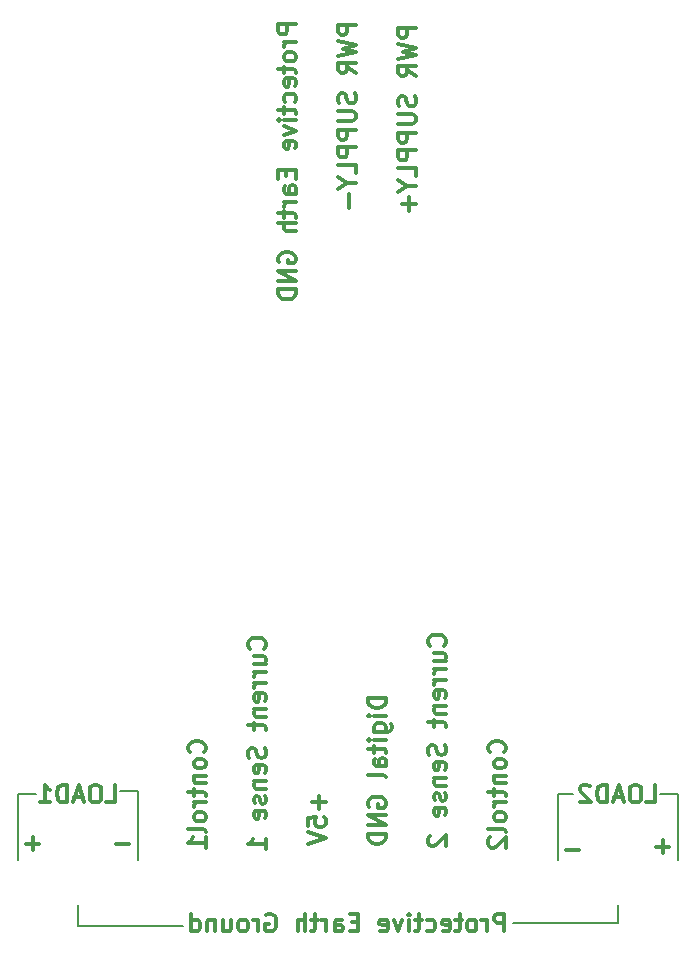
<source format=gbo>
G04 #@! TF.FileFunction,Legend,Bot*
%FSLAX46Y46*%
G04 Gerber Fmt 4.6, Leading zero omitted, Abs format (unit mm)*
G04 Created by KiCad (PCBNEW 4.0.6) date 06/26/17 08:49:49*
%MOMM*%
%LPD*%
G01*
G04 APERTURE LIST*
%ADD10C,0.100000*%
%ADD11C,0.200000*%
%ADD12C,0.300000*%
G04 APERTURE END LIST*
D10*
D11*
X130810000Y-136156000D02*
X121920000Y-136156000D01*
X167640000Y-135902000D02*
X158750000Y-135902000D01*
X121920000Y-136156000D02*
X121920000Y-134378000D01*
X167640000Y-135902000D02*
X167640000Y-134378000D01*
D12*
X158029999Y-136580571D02*
X158029999Y-135080571D01*
X157458571Y-135080571D01*
X157315713Y-135152000D01*
X157244285Y-135223429D01*
X157172856Y-135366286D01*
X157172856Y-135580571D01*
X157244285Y-135723429D01*
X157315713Y-135794857D01*
X157458571Y-135866286D01*
X158029999Y-135866286D01*
X156529999Y-136580571D02*
X156529999Y-135580571D01*
X156529999Y-135866286D02*
X156458571Y-135723429D01*
X156387142Y-135652000D01*
X156244285Y-135580571D01*
X156101428Y-135580571D01*
X155387142Y-136580571D02*
X155530000Y-136509143D01*
X155601428Y-136437714D01*
X155672857Y-136294857D01*
X155672857Y-135866286D01*
X155601428Y-135723429D01*
X155530000Y-135652000D01*
X155387142Y-135580571D01*
X155172857Y-135580571D01*
X155030000Y-135652000D01*
X154958571Y-135723429D01*
X154887142Y-135866286D01*
X154887142Y-136294857D01*
X154958571Y-136437714D01*
X155030000Y-136509143D01*
X155172857Y-136580571D01*
X155387142Y-136580571D01*
X154458571Y-135580571D02*
X153887142Y-135580571D01*
X154244285Y-135080571D02*
X154244285Y-136366286D01*
X154172857Y-136509143D01*
X154029999Y-136580571D01*
X153887142Y-136580571D01*
X152815714Y-136509143D02*
X152958571Y-136580571D01*
X153244285Y-136580571D01*
X153387142Y-136509143D01*
X153458571Y-136366286D01*
X153458571Y-135794857D01*
X153387142Y-135652000D01*
X153244285Y-135580571D01*
X152958571Y-135580571D01*
X152815714Y-135652000D01*
X152744285Y-135794857D01*
X152744285Y-135937714D01*
X153458571Y-136080571D01*
X151458571Y-136509143D02*
X151601428Y-136580571D01*
X151887142Y-136580571D01*
X152030000Y-136509143D01*
X152101428Y-136437714D01*
X152172857Y-136294857D01*
X152172857Y-135866286D01*
X152101428Y-135723429D01*
X152030000Y-135652000D01*
X151887142Y-135580571D01*
X151601428Y-135580571D01*
X151458571Y-135652000D01*
X151030000Y-135580571D02*
X150458571Y-135580571D01*
X150815714Y-135080571D02*
X150815714Y-136366286D01*
X150744286Y-136509143D01*
X150601428Y-136580571D01*
X150458571Y-136580571D01*
X149958571Y-136580571D02*
X149958571Y-135580571D01*
X149958571Y-135080571D02*
X150030000Y-135152000D01*
X149958571Y-135223429D01*
X149887143Y-135152000D01*
X149958571Y-135080571D01*
X149958571Y-135223429D01*
X149387142Y-135580571D02*
X149029999Y-136580571D01*
X148672857Y-135580571D01*
X147530000Y-136509143D02*
X147672857Y-136580571D01*
X147958571Y-136580571D01*
X148101428Y-136509143D01*
X148172857Y-136366286D01*
X148172857Y-135794857D01*
X148101428Y-135652000D01*
X147958571Y-135580571D01*
X147672857Y-135580571D01*
X147530000Y-135652000D01*
X147458571Y-135794857D01*
X147458571Y-135937714D01*
X148172857Y-136080571D01*
X145672857Y-135794857D02*
X145172857Y-135794857D01*
X144958571Y-136580571D02*
X145672857Y-136580571D01*
X145672857Y-135080571D01*
X144958571Y-135080571D01*
X143672857Y-136580571D02*
X143672857Y-135794857D01*
X143744286Y-135652000D01*
X143887143Y-135580571D01*
X144172857Y-135580571D01*
X144315714Y-135652000D01*
X143672857Y-136509143D02*
X143815714Y-136580571D01*
X144172857Y-136580571D01*
X144315714Y-136509143D01*
X144387143Y-136366286D01*
X144387143Y-136223429D01*
X144315714Y-136080571D01*
X144172857Y-136009143D01*
X143815714Y-136009143D01*
X143672857Y-135937714D01*
X142958571Y-136580571D02*
X142958571Y-135580571D01*
X142958571Y-135866286D02*
X142887143Y-135723429D01*
X142815714Y-135652000D01*
X142672857Y-135580571D01*
X142530000Y-135580571D01*
X142244286Y-135580571D02*
X141672857Y-135580571D01*
X142030000Y-135080571D02*
X142030000Y-136366286D01*
X141958572Y-136509143D01*
X141815714Y-136580571D01*
X141672857Y-136580571D01*
X141172857Y-136580571D02*
X141172857Y-135080571D01*
X140530000Y-136580571D02*
X140530000Y-135794857D01*
X140601429Y-135652000D01*
X140744286Y-135580571D01*
X140958571Y-135580571D01*
X141101429Y-135652000D01*
X141172857Y-135723429D01*
X137887143Y-135152000D02*
X138030000Y-135080571D01*
X138244286Y-135080571D01*
X138458571Y-135152000D01*
X138601429Y-135294857D01*
X138672857Y-135437714D01*
X138744286Y-135723429D01*
X138744286Y-135937714D01*
X138672857Y-136223429D01*
X138601429Y-136366286D01*
X138458571Y-136509143D01*
X138244286Y-136580571D01*
X138101429Y-136580571D01*
X137887143Y-136509143D01*
X137815714Y-136437714D01*
X137815714Y-135937714D01*
X138101429Y-135937714D01*
X137172857Y-136580571D02*
X137172857Y-135580571D01*
X137172857Y-135866286D02*
X137101429Y-135723429D01*
X137030000Y-135652000D01*
X136887143Y-135580571D01*
X136744286Y-135580571D01*
X136030000Y-136580571D02*
X136172858Y-136509143D01*
X136244286Y-136437714D01*
X136315715Y-136294857D01*
X136315715Y-135866286D01*
X136244286Y-135723429D01*
X136172858Y-135652000D01*
X136030000Y-135580571D01*
X135815715Y-135580571D01*
X135672858Y-135652000D01*
X135601429Y-135723429D01*
X135530000Y-135866286D01*
X135530000Y-136294857D01*
X135601429Y-136437714D01*
X135672858Y-136509143D01*
X135815715Y-136580571D01*
X136030000Y-136580571D01*
X134244286Y-135580571D02*
X134244286Y-136580571D01*
X134887143Y-135580571D02*
X134887143Y-136366286D01*
X134815715Y-136509143D01*
X134672857Y-136580571D01*
X134458572Y-136580571D01*
X134315715Y-136509143D01*
X134244286Y-136437714D01*
X133530000Y-135580571D02*
X133530000Y-136580571D01*
X133530000Y-135723429D02*
X133458572Y-135652000D01*
X133315714Y-135580571D01*
X133101429Y-135580571D01*
X132958572Y-135652000D01*
X132887143Y-135794857D01*
X132887143Y-136580571D01*
X131530000Y-136580571D02*
X131530000Y-135080571D01*
X131530000Y-136509143D02*
X131672857Y-136580571D01*
X131958571Y-136580571D01*
X132101429Y-136509143D01*
X132172857Y-136437714D01*
X132244286Y-136294857D01*
X132244286Y-135866286D01*
X132172857Y-135723429D01*
X132101429Y-135652000D01*
X131958571Y-135580571D01*
X131672857Y-135580571D01*
X131530000Y-135652000D01*
X147998571Y-116805143D02*
X146498571Y-116805143D01*
X146498571Y-117162286D01*
X146570000Y-117376571D01*
X146712857Y-117519429D01*
X146855714Y-117590857D01*
X147141429Y-117662286D01*
X147355714Y-117662286D01*
X147641429Y-117590857D01*
X147784286Y-117519429D01*
X147927143Y-117376571D01*
X147998571Y-117162286D01*
X147998571Y-116805143D01*
X147998571Y-118305143D02*
X146998571Y-118305143D01*
X146498571Y-118305143D02*
X146570000Y-118233714D01*
X146641429Y-118305143D01*
X146570000Y-118376571D01*
X146498571Y-118305143D01*
X146641429Y-118305143D01*
X146998571Y-119662286D02*
X148212857Y-119662286D01*
X148355714Y-119590857D01*
X148427143Y-119519429D01*
X148498571Y-119376572D01*
X148498571Y-119162286D01*
X148427143Y-119019429D01*
X147927143Y-119662286D02*
X147998571Y-119519429D01*
X147998571Y-119233715D01*
X147927143Y-119090857D01*
X147855714Y-119019429D01*
X147712857Y-118948000D01*
X147284286Y-118948000D01*
X147141429Y-119019429D01*
X147070000Y-119090857D01*
X146998571Y-119233715D01*
X146998571Y-119519429D01*
X147070000Y-119662286D01*
X147998571Y-120376572D02*
X146998571Y-120376572D01*
X146498571Y-120376572D02*
X146570000Y-120305143D01*
X146641429Y-120376572D01*
X146570000Y-120448000D01*
X146498571Y-120376572D01*
X146641429Y-120376572D01*
X146998571Y-120876572D02*
X146998571Y-121448001D01*
X146498571Y-121090858D02*
X147784286Y-121090858D01*
X147927143Y-121162286D01*
X147998571Y-121305144D01*
X147998571Y-121448001D01*
X147998571Y-122590858D02*
X147212857Y-122590858D01*
X147070000Y-122519429D01*
X146998571Y-122376572D01*
X146998571Y-122090858D01*
X147070000Y-121948001D01*
X147927143Y-122590858D02*
X147998571Y-122448001D01*
X147998571Y-122090858D01*
X147927143Y-121948001D01*
X147784286Y-121876572D01*
X147641429Y-121876572D01*
X147498571Y-121948001D01*
X147427143Y-122090858D01*
X147427143Y-122448001D01*
X147355714Y-122590858D01*
X147998571Y-123519430D02*
X147927143Y-123376572D01*
X147784286Y-123305144D01*
X146498571Y-123305144D01*
X146570000Y-126019429D02*
X146498571Y-125876572D01*
X146498571Y-125662286D01*
X146570000Y-125448001D01*
X146712857Y-125305143D01*
X146855714Y-125233715D01*
X147141429Y-125162286D01*
X147355714Y-125162286D01*
X147641429Y-125233715D01*
X147784286Y-125305143D01*
X147927143Y-125448001D01*
X147998571Y-125662286D01*
X147998571Y-125805143D01*
X147927143Y-126019429D01*
X147855714Y-126090858D01*
X147355714Y-126090858D01*
X147355714Y-125805143D01*
X147998571Y-126733715D02*
X146498571Y-126733715D01*
X147998571Y-127590858D01*
X146498571Y-127590858D01*
X147998571Y-128305144D02*
X146498571Y-128305144D01*
X146498571Y-128662287D01*
X146570000Y-128876572D01*
X146712857Y-129019430D01*
X146855714Y-129090858D01*
X147141429Y-129162287D01*
X147355714Y-129162287D01*
X147641429Y-129090858D01*
X147784286Y-129019430D01*
X147927143Y-128876572D01*
X147998571Y-128662287D01*
X147998571Y-128305144D01*
X142347143Y-125083429D02*
X142347143Y-126226286D01*
X142918571Y-125654857D02*
X141775714Y-125654857D01*
X141418571Y-127654858D02*
X141418571Y-126940572D01*
X142132857Y-126869143D01*
X142061429Y-126940572D01*
X141990000Y-127083429D01*
X141990000Y-127440572D01*
X142061429Y-127583429D01*
X142132857Y-127654858D01*
X142275714Y-127726286D01*
X142632857Y-127726286D01*
X142775714Y-127654858D01*
X142847143Y-127583429D01*
X142918571Y-127440572D01*
X142918571Y-127083429D01*
X142847143Y-126940572D01*
X142775714Y-126869143D01*
X141418571Y-128154857D02*
X142918571Y-128654857D01*
X141418571Y-129154857D01*
X137695714Y-112626287D02*
X137767143Y-112554858D01*
X137838571Y-112340572D01*
X137838571Y-112197715D01*
X137767143Y-111983430D01*
X137624286Y-111840572D01*
X137481429Y-111769144D01*
X137195714Y-111697715D01*
X136981429Y-111697715D01*
X136695714Y-111769144D01*
X136552857Y-111840572D01*
X136410000Y-111983430D01*
X136338571Y-112197715D01*
X136338571Y-112340572D01*
X136410000Y-112554858D01*
X136481429Y-112626287D01*
X136838571Y-113912001D02*
X137838571Y-113912001D01*
X136838571Y-113269144D02*
X137624286Y-113269144D01*
X137767143Y-113340572D01*
X137838571Y-113483430D01*
X137838571Y-113697715D01*
X137767143Y-113840572D01*
X137695714Y-113912001D01*
X137838571Y-114626287D02*
X136838571Y-114626287D01*
X137124286Y-114626287D02*
X136981429Y-114697715D01*
X136910000Y-114769144D01*
X136838571Y-114912001D01*
X136838571Y-115054858D01*
X137838571Y-115554858D02*
X136838571Y-115554858D01*
X137124286Y-115554858D02*
X136981429Y-115626286D01*
X136910000Y-115697715D01*
X136838571Y-115840572D01*
X136838571Y-115983429D01*
X137767143Y-117054857D02*
X137838571Y-116912000D01*
X137838571Y-116626286D01*
X137767143Y-116483429D01*
X137624286Y-116412000D01*
X137052857Y-116412000D01*
X136910000Y-116483429D01*
X136838571Y-116626286D01*
X136838571Y-116912000D01*
X136910000Y-117054857D01*
X137052857Y-117126286D01*
X137195714Y-117126286D01*
X137338571Y-116412000D01*
X136838571Y-117769143D02*
X137838571Y-117769143D01*
X136981429Y-117769143D02*
X136910000Y-117840571D01*
X136838571Y-117983429D01*
X136838571Y-118197714D01*
X136910000Y-118340571D01*
X137052857Y-118412000D01*
X137838571Y-118412000D01*
X136838571Y-118912000D02*
X136838571Y-119483429D01*
X136338571Y-119126286D02*
X137624286Y-119126286D01*
X137767143Y-119197714D01*
X137838571Y-119340572D01*
X137838571Y-119483429D01*
X137767143Y-121054857D02*
X137838571Y-121269143D01*
X137838571Y-121626286D01*
X137767143Y-121769143D01*
X137695714Y-121840572D01*
X137552857Y-121912000D01*
X137410000Y-121912000D01*
X137267143Y-121840572D01*
X137195714Y-121769143D01*
X137124286Y-121626286D01*
X137052857Y-121340572D01*
X136981429Y-121197714D01*
X136910000Y-121126286D01*
X136767143Y-121054857D01*
X136624286Y-121054857D01*
X136481429Y-121126286D01*
X136410000Y-121197714D01*
X136338571Y-121340572D01*
X136338571Y-121697714D01*
X136410000Y-121912000D01*
X137767143Y-123126285D02*
X137838571Y-122983428D01*
X137838571Y-122697714D01*
X137767143Y-122554857D01*
X137624286Y-122483428D01*
X137052857Y-122483428D01*
X136910000Y-122554857D01*
X136838571Y-122697714D01*
X136838571Y-122983428D01*
X136910000Y-123126285D01*
X137052857Y-123197714D01*
X137195714Y-123197714D01*
X137338571Y-122483428D01*
X136838571Y-123840571D02*
X137838571Y-123840571D01*
X136981429Y-123840571D02*
X136910000Y-123911999D01*
X136838571Y-124054857D01*
X136838571Y-124269142D01*
X136910000Y-124411999D01*
X137052857Y-124483428D01*
X137838571Y-124483428D01*
X137767143Y-125126285D02*
X137838571Y-125269142D01*
X137838571Y-125554857D01*
X137767143Y-125697714D01*
X137624286Y-125769142D01*
X137552857Y-125769142D01*
X137410000Y-125697714D01*
X137338571Y-125554857D01*
X137338571Y-125340571D01*
X137267143Y-125197714D01*
X137124286Y-125126285D01*
X137052857Y-125126285D01*
X136910000Y-125197714D01*
X136838571Y-125340571D01*
X136838571Y-125554857D01*
X136910000Y-125697714D01*
X137767143Y-126983428D02*
X137838571Y-126840571D01*
X137838571Y-126554857D01*
X137767143Y-126412000D01*
X137624286Y-126340571D01*
X137052857Y-126340571D01*
X136910000Y-126412000D01*
X136838571Y-126554857D01*
X136838571Y-126840571D01*
X136910000Y-126983428D01*
X137052857Y-127054857D01*
X137195714Y-127054857D01*
X137338571Y-126340571D01*
X137838571Y-129626285D02*
X137838571Y-128769142D01*
X137838571Y-129197714D02*
X136338571Y-129197714D01*
X136552857Y-129054857D01*
X136695714Y-128911999D01*
X136767143Y-128769142D01*
X152935714Y-112372287D02*
X153007143Y-112300858D01*
X153078571Y-112086572D01*
X153078571Y-111943715D01*
X153007143Y-111729430D01*
X152864286Y-111586572D01*
X152721429Y-111515144D01*
X152435714Y-111443715D01*
X152221429Y-111443715D01*
X151935714Y-111515144D01*
X151792857Y-111586572D01*
X151650000Y-111729430D01*
X151578571Y-111943715D01*
X151578571Y-112086572D01*
X151650000Y-112300858D01*
X151721429Y-112372287D01*
X152078571Y-113658001D02*
X153078571Y-113658001D01*
X152078571Y-113015144D02*
X152864286Y-113015144D01*
X153007143Y-113086572D01*
X153078571Y-113229430D01*
X153078571Y-113443715D01*
X153007143Y-113586572D01*
X152935714Y-113658001D01*
X153078571Y-114372287D02*
X152078571Y-114372287D01*
X152364286Y-114372287D02*
X152221429Y-114443715D01*
X152150000Y-114515144D01*
X152078571Y-114658001D01*
X152078571Y-114800858D01*
X153078571Y-115300858D02*
X152078571Y-115300858D01*
X152364286Y-115300858D02*
X152221429Y-115372286D01*
X152150000Y-115443715D01*
X152078571Y-115586572D01*
X152078571Y-115729429D01*
X153007143Y-116800857D02*
X153078571Y-116658000D01*
X153078571Y-116372286D01*
X153007143Y-116229429D01*
X152864286Y-116158000D01*
X152292857Y-116158000D01*
X152150000Y-116229429D01*
X152078571Y-116372286D01*
X152078571Y-116658000D01*
X152150000Y-116800857D01*
X152292857Y-116872286D01*
X152435714Y-116872286D01*
X152578571Y-116158000D01*
X152078571Y-117515143D02*
X153078571Y-117515143D01*
X152221429Y-117515143D02*
X152150000Y-117586571D01*
X152078571Y-117729429D01*
X152078571Y-117943714D01*
X152150000Y-118086571D01*
X152292857Y-118158000D01*
X153078571Y-118158000D01*
X152078571Y-118658000D02*
X152078571Y-119229429D01*
X151578571Y-118872286D02*
X152864286Y-118872286D01*
X153007143Y-118943714D01*
X153078571Y-119086572D01*
X153078571Y-119229429D01*
X153007143Y-120800857D02*
X153078571Y-121015143D01*
X153078571Y-121372286D01*
X153007143Y-121515143D01*
X152935714Y-121586572D01*
X152792857Y-121658000D01*
X152650000Y-121658000D01*
X152507143Y-121586572D01*
X152435714Y-121515143D01*
X152364286Y-121372286D01*
X152292857Y-121086572D01*
X152221429Y-120943714D01*
X152150000Y-120872286D01*
X152007143Y-120800857D01*
X151864286Y-120800857D01*
X151721429Y-120872286D01*
X151650000Y-120943714D01*
X151578571Y-121086572D01*
X151578571Y-121443714D01*
X151650000Y-121658000D01*
X153007143Y-122872285D02*
X153078571Y-122729428D01*
X153078571Y-122443714D01*
X153007143Y-122300857D01*
X152864286Y-122229428D01*
X152292857Y-122229428D01*
X152150000Y-122300857D01*
X152078571Y-122443714D01*
X152078571Y-122729428D01*
X152150000Y-122872285D01*
X152292857Y-122943714D01*
X152435714Y-122943714D01*
X152578571Y-122229428D01*
X152078571Y-123586571D02*
X153078571Y-123586571D01*
X152221429Y-123586571D02*
X152150000Y-123657999D01*
X152078571Y-123800857D01*
X152078571Y-124015142D01*
X152150000Y-124157999D01*
X152292857Y-124229428D01*
X153078571Y-124229428D01*
X153007143Y-124872285D02*
X153078571Y-125015142D01*
X153078571Y-125300857D01*
X153007143Y-125443714D01*
X152864286Y-125515142D01*
X152792857Y-125515142D01*
X152650000Y-125443714D01*
X152578571Y-125300857D01*
X152578571Y-125086571D01*
X152507143Y-124943714D01*
X152364286Y-124872285D01*
X152292857Y-124872285D01*
X152150000Y-124943714D01*
X152078571Y-125086571D01*
X152078571Y-125300857D01*
X152150000Y-125443714D01*
X153007143Y-126729428D02*
X153078571Y-126586571D01*
X153078571Y-126300857D01*
X153007143Y-126158000D01*
X152864286Y-126086571D01*
X152292857Y-126086571D01*
X152150000Y-126158000D01*
X152078571Y-126300857D01*
X152078571Y-126586571D01*
X152150000Y-126729428D01*
X152292857Y-126800857D01*
X152435714Y-126800857D01*
X152578571Y-126086571D01*
X151721429Y-128515142D02*
X151650000Y-128586571D01*
X151578571Y-128729428D01*
X151578571Y-129086571D01*
X151650000Y-129229428D01*
X151721429Y-129300857D01*
X151864286Y-129372285D01*
X152007143Y-129372285D01*
X152221429Y-129300857D01*
X153078571Y-128443714D01*
X153078571Y-129372285D01*
X158015714Y-121408572D02*
X158087143Y-121337143D01*
X158158571Y-121122857D01*
X158158571Y-120980000D01*
X158087143Y-120765715D01*
X157944286Y-120622857D01*
X157801429Y-120551429D01*
X157515714Y-120480000D01*
X157301429Y-120480000D01*
X157015714Y-120551429D01*
X156872857Y-120622857D01*
X156730000Y-120765715D01*
X156658571Y-120980000D01*
X156658571Y-121122857D01*
X156730000Y-121337143D01*
X156801429Y-121408572D01*
X158158571Y-122265715D02*
X158087143Y-122122857D01*
X158015714Y-122051429D01*
X157872857Y-121980000D01*
X157444286Y-121980000D01*
X157301429Y-122051429D01*
X157230000Y-122122857D01*
X157158571Y-122265715D01*
X157158571Y-122480000D01*
X157230000Y-122622857D01*
X157301429Y-122694286D01*
X157444286Y-122765715D01*
X157872857Y-122765715D01*
X158015714Y-122694286D01*
X158087143Y-122622857D01*
X158158571Y-122480000D01*
X158158571Y-122265715D01*
X157158571Y-123408572D02*
X158158571Y-123408572D01*
X157301429Y-123408572D02*
X157230000Y-123480000D01*
X157158571Y-123622858D01*
X157158571Y-123837143D01*
X157230000Y-123980000D01*
X157372857Y-124051429D01*
X158158571Y-124051429D01*
X157158571Y-124551429D02*
X157158571Y-125122858D01*
X156658571Y-124765715D02*
X157944286Y-124765715D01*
X158087143Y-124837143D01*
X158158571Y-124980001D01*
X158158571Y-125122858D01*
X158158571Y-125622858D02*
X157158571Y-125622858D01*
X157444286Y-125622858D02*
X157301429Y-125694286D01*
X157230000Y-125765715D01*
X157158571Y-125908572D01*
X157158571Y-126051429D01*
X158158571Y-126765715D02*
X158087143Y-126622857D01*
X158015714Y-126551429D01*
X157872857Y-126480000D01*
X157444286Y-126480000D01*
X157301429Y-126551429D01*
X157230000Y-126622857D01*
X157158571Y-126765715D01*
X157158571Y-126980000D01*
X157230000Y-127122857D01*
X157301429Y-127194286D01*
X157444286Y-127265715D01*
X157872857Y-127265715D01*
X158015714Y-127194286D01*
X158087143Y-127122857D01*
X158158571Y-126980000D01*
X158158571Y-126765715D01*
X158158571Y-128122858D02*
X158087143Y-127980000D01*
X157944286Y-127908572D01*
X156658571Y-127908572D01*
X156801429Y-128622857D02*
X156730000Y-128694286D01*
X156658571Y-128837143D01*
X156658571Y-129194286D01*
X156730000Y-129337143D01*
X156801429Y-129408572D01*
X156944286Y-129480000D01*
X157087143Y-129480000D01*
X157301429Y-129408572D01*
X158158571Y-128551429D01*
X158158571Y-129480000D01*
X132615714Y-121408572D02*
X132687143Y-121337143D01*
X132758571Y-121122857D01*
X132758571Y-120980000D01*
X132687143Y-120765715D01*
X132544286Y-120622857D01*
X132401429Y-120551429D01*
X132115714Y-120480000D01*
X131901429Y-120480000D01*
X131615714Y-120551429D01*
X131472857Y-120622857D01*
X131330000Y-120765715D01*
X131258571Y-120980000D01*
X131258571Y-121122857D01*
X131330000Y-121337143D01*
X131401429Y-121408572D01*
X132758571Y-122265715D02*
X132687143Y-122122857D01*
X132615714Y-122051429D01*
X132472857Y-121980000D01*
X132044286Y-121980000D01*
X131901429Y-122051429D01*
X131830000Y-122122857D01*
X131758571Y-122265715D01*
X131758571Y-122480000D01*
X131830000Y-122622857D01*
X131901429Y-122694286D01*
X132044286Y-122765715D01*
X132472857Y-122765715D01*
X132615714Y-122694286D01*
X132687143Y-122622857D01*
X132758571Y-122480000D01*
X132758571Y-122265715D01*
X131758571Y-123408572D02*
X132758571Y-123408572D01*
X131901429Y-123408572D02*
X131830000Y-123480000D01*
X131758571Y-123622858D01*
X131758571Y-123837143D01*
X131830000Y-123980000D01*
X131972857Y-124051429D01*
X132758571Y-124051429D01*
X131758571Y-124551429D02*
X131758571Y-125122858D01*
X131258571Y-124765715D02*
X132544286Y-124765715D01*
X132687143Y-124837143D01*
X132758571Y-124980001D01*
X132758571Y-125122858D01*
X132758571Y-125622858D02*
X131758571Y-125622858D01*
X132044286Y-125622858D02*
X131901429Y-125694286D01*
X131830000Y-125765715D01*
X131758571Y-125908572D01*
X131758571Y-126051429D01*
X132758571Y-126765715D02*
X132687143Y-126622857D01*
X132615714Y-126551429D01*
X132472857Y-126480000D01*
X132044286Y-126480000D01*
X131901429Y-126551429D01*
X131830000Y-126622857D01*
X131758571Y-126765715D01*
X131758571Y-126980000D01*
X131830000Y-127122857D01*
X131901429Y-127194286D01*
X132044286Y-127265715D01*
X132472857Y-127265715D01*
X132615714Y-127194286D01*
X132687143Y-127122857D01*
X132758571Y-126980000D01*
X132758571Y-126765715D01*
X132758571Y-128122858D02*
X132687143Y-127980000D01*
X132544286Y-127908572D01*
X131258571Y-127908572D01*
X132758571Y-129480000D02*
X132758571Y-128622857D01*
X132758571Y-129051429D02*
X131258571Y-129051429D01*
X131472857Y-128908572D01*
X131615714Y-128765714D01*
X131687143Y-128622857D01*
X140378571Y-59778858D02*
X138878571Y-59778858D01*
X138878571Y-60350286D01*
X138950000Y-60493144D01*
X139021429Y-60564572D01*
X139164286Y-60636001D01*
X139378571Y-60636001D01*
X139521429Y-60564572D01*
X139592857Y-60493144D01*
X139664286Y-60350286D01*
X139664286Y-59778858D01*
X140378571Y-61278858D02*
X139378571Y-61278858D01*
X139664286Y-61278858D02*
X139521429Y-61350286D01*
X139450000Y-61421715D01*
X139378571Y-61564572D01*
X139378571Y-61707429D01*
X140378571Y-62421715D02*
X140307143Y-62278857D01*
X140235714Y-62207429D01*
X140092857Y-62136000D01*
X139664286Y-62136000D01*
X139521429Y-62207429D01*
X139450000Y-62278857D01*
X139378571Y-62421715D01*
X139378571Y-62636000D01*
X139450000Y-62778857D01*
X139521429Y-62850286D01*
X139664286Y-62921715D01*
X140092857Y-62921715D01*
X140235714Y-62850286D01*
X140307143Y-62778857D01*
X140378571Y-62636000D01*
X140378571Y-62421715D01*
X139378571Y-63350286D02*
X139378571Y-63921715D01*
X138878571Y-63564572D02*
X140164286Y-63564572D01*
X140307143Y-63636000D01*
X140378571Y-63778858D01*
X140378571Y-63921715D01*
X140307143Y-64993143D02*
X140378571Y-64850286D01*
X140378571Y-64564572D01*
X140307143Y-64421715D01*
X140164286Y-64350286D01*
X139592857Y-64350286D01*
X139450000Y-64421715D01*
X139378571Y-64564572D01*
X139378571Y-64850286D01*
X139450000Y-64993143D01*
X139592857Y-65064572D01*
X139735714Y-65064572D01*
X139878571Y-64350286D01*
X140307143Y-66350286D02*
X140378571Y-66207429D01*
X140378571Y-65921715D01*
X140307143Y-65778857D01*
X140235714Y-65707429D01*
X140092857Y-65636000D01*
X139664286Y-65636000D01*
X139521429Y-65707429D01*
X139450000Y-65778857D01*
X139378571Y-65921715D01*
X139378571Y-66207429D01*
X139450000Y-66350286D01*
X139378571Y-66778857D02*
X139378571Y-67350286D01*
X138878571Y-66993143D02*
X140164286Y-66993143D01*
X140307143Y-67064571D01*
X140378571Y-67207429D01*
X140378571Y-67350286D01*
X140378571Y-67850286D02*
X139378571Y-67850286D01*
X138878571Y-67850286D02*
X138950000Y-67778857D01*
X139021429Y-67850286D01*
X138950000Y-67921714D01*
X138878571Y-67850286D01*
X139021429Y-67850286D01*
X139378571Y-68421715D02*
X140378571Y-68778858D01*
X139378571Y-69136000D01*
X140307143Y-70278857D02*
X140378571Y-70136000D01*
X140378571Y-69850286D01*
X140307143Y-69707429D01*
X140164286Y-69636000D01*
X139592857Y-69636000D01*
X139450000Y-69707429D01*
X139378571Y-69850286D01*
X139378571Y-70136000D01*
X139450000Y-70278857D01*
X139592857Y-70350286D01*
X139735714Y-70350286D01*
X139878571Y-69636000D01*
X139592857Y-72136000D02*
X139592857Y-72636000D01*
X140378571Y-72850286D02*
X140378571Y-72136000D01*
X138878571Y-72136000D01*
X138878571Y-72850286D01*
X140378571Y-74136000D02*
X139592857Y-74136000D01*
X139450000Y-74064571D01*
X139378571Y-73921714D01*
X139378571Y-73636000D01*
X139450000Y-73493143D01*
X140307143Y-74136000D02*
X140378571Y-73993143D01*
X140378571Y-73636000D01*
X140307143Y-73493143D01*
X140164286Y-73421714D01*
X140021429Y-73421714D01*
X139878571Y-73493143D01*
X139807143Y-73636000D01*
X139807143Y-73993143D01*
X139735714Y-74136000D01*
X140378571Y-74850286D02*
X139378571Y-74850286D01*
X139664286Y-74850286D02*
X139521429Y-74921714D01*
X139450000Y-74993143D01*
X139378571Y-75136000D01*
X139378571Y-75278857D01*
X139378571Y-75564571D02*
X139378571Y-76136000D01*
X138878571Y-75778857D02*
X140164286Y-75778857D01*
X140307143Y-75850285D01*
X140378571Y-75993143D01*
X140378571Y-76136000D01*
X140378571Y-76636000D02*
X138878571Y-76636000D01*
X140378571Y-77278857D02*
X139592857Y-77278857D01*
X139450000Y-77207428D01*
X139378571Y-77064571D01*
X139378571Y-76850286D01*
X139450000Y-76707428D01*
X139521429Y-76636000D01*
X138950000Y-79921714D02*
X138878571Y-79778857D01*
X138878571Y-79564571D01*
X138950000Y-79350286D01*
X139092857Y-79207428D01*
X139235714Y-79136000D01*
X139521429Y-79064571D01*
X139735714Y-79064571D01*
X140021429Y-79136000D01*
X140164286Y-79207428D01*
X140307143Y-79350286D01*
X140378571Y-79564571D01*
X140378571Y-79707428D01*
X140307143Y-79921714D01*
X140235714Y-79993143D01*
X139735714Y-79993143D01*
X139735714Y-79707428D01*
X140378571Y-80636000D02*
X138878571Y-80636000D01*
X140378571Y-81493143D01*
X138878571Y-81493143D01*
X140378571Y-82207429D02*
X138878571Y-82207429D01*
X138878571Y-82564572D01*
X138950000Y-82778857D01*
X139092857Y-82921715D01*
X139235714Y-82993143D01*
X139521429Y-83064572D01*
X139735714Y-83064572D01*
X140021429Y-82993143D01*
X140164286Y-82921715D01*
X140307143Y-82778857D01*
X140378571Y-82564572D01*
X140378571Y-82207429D01*
X145458571Y-59826000D02*
X143958571Y-59826000D01*
X143958571Y-60397428D01*
X144030000Y-60540286D01*
X144101429Y-60611714D01*
X144244286Y-60683143D01*
X144458571Y-60683143D01*
X144601429Y-60611714D01*
X144672857Y-60540286D01*
X144744286Y-60397428D01*
X144744286Y-59826000D01*
X143958571Y-61183143D02*
X145458571Y-61540286D01*
X144387143Y-61826000D01*
X145458571Y-62111714D01*
X143958571Y-62468857D01*
X145458571Y-63897429D02*
X144744286Y-63397429D01*
X145458571Y-63040286D02*
X143958571Y-63040286D01*
X143958571Y-63611714D01*
X144030000Y-63754572D01*
X144101429Y-63826000D01*
X144244286Y-63897429D01*
X144458571Y-63897429D01*
X144601429Y-63826000D01*
X144672857Y-63754572D01*
X144744286Y-63611714D01*
X144744286Y-63040286D01*
X145387143Y-65611714D02*
X145458571Y-65826000D01*
X145458571Y-66183143D01*
X145387143Y-66326000D01*
X145315714Y-66397429D01*
X145172857Y-66468857D01*
X145030000Y-66468857D01*
X144887143Y-66397429D01*
X144815714Y-66326000D01*
X144744286Y-66183143D01*
X144672857Y-65897429D01*
X144601429Y-65754571D01*
X144530000Y-65683143D01*
X144387143Y-65611714D01*
X144244286Y-65611714D01*
X144101429Y-65683143D01*
X144030000Y-65754571D01*
X143958571Y-65897429D01*
X143958571Y-66254571D01*
X144030000Y-66468857D01*
X143958571Y-67111714D02*
X145172857Y-67111714D01*
X145315714Y-67183142D01*
X145387143Y-67254571D01*
X145458571Y-67397428D01*
X145458571Y-67683142D01*
X145387143Y-67826000D01*
X145315714Y-67897428D01*
X145172857Y-67968857D01*
X143958571Y-67968857D01*
X145458571Y-68683143D02*
X143958571Y-68683143D01*
X143958571Y-69254571D01*
X144030000Y-69397429D01*
X144101429Y-69468857D01*
X144244286Y-69540286D01*
X144458571Y-69540286D01*
X144601429Y-69468857D01*
X144672857Y-69397429D01*
X144744286Y-69254571D01*
X144744286Y-68683143D01*
X145458571Y-70183143D02*
X143958571Y-70183143D01*
X143958571Y-70754571D01*
X144030000Y-70897429D01*
X144101429Y-70968857D01*
X144244286Y-71040286D01*
X144458571Y-71040286D01*
X144601429Y-70968857D01*
X144672857Y-70897429D01*
X144744286Y-70754571D01*
X144744286Y-70183143D01*
X145458571Y-72397429D02*
X145458571Y-71683143D01*
X143958571Y-71683143D01*
X144744286Y-73183143D02*
X145458571Y-73183143D01*
X143958571Y-72683143D02*
X144744286Y-73183143D01*
X143958571Y-73683143D01*
X144887143Y-74183143D02*
X144887143Y-75326000D01*
X150538571Y-60080000D02*
X149038571Y-60080000D01*
X149038571Y-60651428D01*
X149110000Y-60794286D01*
X149181429Y-60865714D01*
X149324286Y-60937143D01*
X149538571Y-60937143D01*
X149681429Y-60865714D01*
X149752857Y-60794286D01*
X149824286Y-60651428D01*
X149824286Y-60080000D01*
X149038571Y-61437143D02*
X150538571Y-61794286D01*
X149467143Y-62080000D01*
X150538571Y-62365714D01*
X149038571Y-62722857D01*
X150538571Y-64151429D02*
X149824286Y-63651429D01*
X150538571Y-63294286D02*
X149038571Y-63294286D01*
X149038571Y-63865714D01*
X149110000Y-64008572D01*
X149181429Y-64080000D01*
X149324286Y-64151429D01*
X149538571Y-64151429D01*
X149681429Y-64080000D01*
X149752857Y-64008572D01*
X149824286Y-63865714D01*
X149824286Y-63294286D01*
X150467143Y-65865714D02*
X150538571Y-66080000D01*
X150538571Y-66437143D01*
X150467143Y-66580000D01*
X150395714Y-66651429D01*
X150252857Y-66722857D01*
X150110000Y-66722857D01*
X149967143Y-66651429D01*
X149895714Y-66580000D01*
X149824286Y-66437143D01*
X149752857Y-66151429D01*
X149681429Y-66008571D01*
X149610000Y-65937143D01*
X149467143Y-65865714D01*
X149324286Y-65865714D01*
X149181429Y-65937143D01*
X149110000Y-66008571D01*
X149038571Y-66151429D01*
X149038571Y-66508571D01*
X149110000Y-66722857D01*
X149038571Y-67365714D02*
X150252857Y-67365714D01*
X150395714Y-67437142D01*
X150467143Y-67508571D01*
X150538571Y-67651428D01*
X150538571Y-67937142D01*
X150467143Y-68080000D01*
X150395714Y-68151428D01*
X150252857Y-68222857D01*
X149038571Y-68222857D01*
X150538571Y-68937143D02*
X149038571Y-68937143D01*
X149038571Y-69508571D01*
X149110000Y-69651429D01*
X149181429Y-69722857D01*
X149324286Y-69794286D01*
X149538571Y-69794286D01*
X149681429Y-69722857D01*
X149752857Y-69651429D01*
X149824286Y-69508571D01*
X149824286Y-68937143D01*
X150538571Y-70437143D02*
X149038571Y-70437143D01*
X149038571Y-71008571D01*
X149110000Y-71151429D01*
X149181429Y-71222857D01*
X149324286Y-71294286D01*
X149538571Y-71294286D01*
X149681429Y-71222857D01*
X149752857Y-71151429D01*
X149824286Y-71008571D01*
X149824286Y-70437143D01*
X150538571Y-72651429D02*
X150538571Y-71937143D01*
X149038571Y-71937143D01*
X149824286Y-73437143D02*
X150538571Y-73437143D01*
X149038571Y-72937143D02*
X149824286Y-73437143D01*
X149038571Y-73937143D01*
X149967143Y-74437143D02*
X149967143Y-75580000D01*
X150538571Y-75008571D02*
X149395714Y-75008571D01*
D11*
X172720000Y-124980000D02*
X172720000Y-130568000D01*
X171196000Y-124980000D02*
X172720000Y-124980000D01*
X162560000Y-124980000D02*
X163830000Y-124980000D01*
X162560000Y-130568000D02*
X162560000Y-124980000D01*
D12*
X164401428Y-129659143D02*
X163258571Y-129659143D01*
X172021428Y-129405143D02*
X170878571Y-129405143D01*
X171450000Y-129976571D02*
X171450000Y-128833714D01*
X170068571Y-125658571D02*
X170782857Y-125658571D01*
X170782857Y-124158571D01*
X169282857Y-124158571D02*
X168997143Y-124158571D01*
X168854285Y-124230000D01*
X168711428Y-124372857D01*
X168640000Y-124658571D01*
X168640000Y-125158571D01*
X168711428Y-125444286D01*
X168854285Y-125587143D01*
X168997143Y-125658571D01*
X169282857Y-125658571D01*
X169425714Y-125587143D01*
X169568571Y-125444286D01*
X169640000Y-125158571D01*
X169640000Y-124658571D01*
X169568571Y-124372857D01*
X169425714Y-124230000D01*
X169282857Y-124158571D01*
X168068571Y-125230000D02*
X167354285Y-125230000D01*
X168211428Y-125658571D02*
X167711428Y-124158571D01*
X167211428Y-125658571D01*
X166711428Y-125658571D02*
X166711428Y-124158571D01*
X166354285Y-124158571D01*
X166140000Y-124230000D01*
X165997142Y-124372857D01*
X165925714Y-124515714D01*
X165854285Y-124801429D01*
X165854285Y-125015714D01*
X165925714Y-125301429D01*
X165997142Y-125444286D01*
X166140000Y-125587143D01*
X166354285Y-125658571D01*
X166711428Y-125658571D01*
X165282857Y-124301429D02*
X165211428Y-124230000D01*
X165068571Y-124158571D01*
X164711428Y-124158571D01*
X164568571Y-124230000D01*
X164497142Y-124301429D01*
X164425714Y-124444286D01*
X164425714Y-124587143D01*
X164497142Y-124801429D01*
X165354285Y-125658571D01*
X164425714Y-125658571D01*
X126301428Y-129151143D02*
X125158571Y-129151143D01*
X118681428Y-129151143D02*
X117538571Y-129151143D01*
X118110000Y-129722571D02*
X118110000Y-128579714D01*
D11*
X125476000Y-124726000D02*
X127000000Y-124726000D01*
X116840000Y-124980000D02*
X118364000Y-124980000D01*
D12*
X124348571Y-125658571D02*
X125062857Y-125658571D01*
X125062857Y-124158571D01*
X123562857Y-124158571D02*
X123277143Y-124158571D01*
X123134285Y-124230000D01*
X122991428Y-124372857D01*
X122920000Y-124658571D01*
X122920000Y-125158571D01*
X122991428Y-125444286D01*
X123134285Y-125587143D01*
X123277143Y-125658571D01*
X123562857Y-125658571D01*
X123705714Y-125587143D01*
X123848571Y-125444286D01*
X123920000Y-125158571D01*
X123920000Y-124658571D01*
X123848571Y-124372857D01*
X123705714Y-124230000D01*
X123562857Y-124158571D01*
X122348571Y-125230000D02*
X121634285Y-125230000D01*
X122491428Y-125658571D02*
X121991428Y-124158571D01*
X121491428Y-125658571D01*
X120991428Y-125658571D02*
X120991428Y-124158571D01*
X120634285Y-124158571D01*
X120420000Y-124230000D01*
X120277142Y-124372857D01*
X120205714Y-124515714D01*
X120134285Y-124801429D01*
X120134285Y-125015714D01*
X120205714Y-125301429D01*
X120277142Y-125444286D01*
X120420000Y-125587143D01*
X120634285Y-125658571D01*
X120991428Y-125658571D01*
X118705714Y-125658571D02*
X119562857Y-125658571D01*
X119134285Y-125658571D02*
X119134285Y-124158571D01*
X119277142Y-124372857D01*
X119420000Y-124515714D01*
X119562857Y-124587143D01*
D11*
X127000000Y-130568000D02*
X127000000Y-124726000D01*
X116840000Y-130568000D02*
X116840000Y-124980000D01*
M02*

</source>
